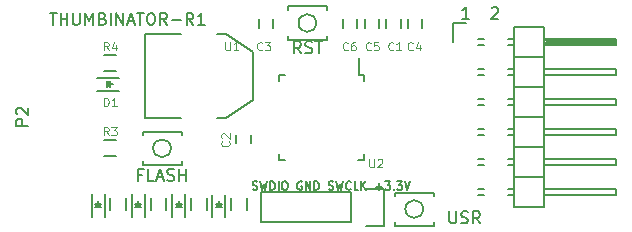
<source format=gbr>
G04 #@! TF.FileFunction,Legend,Top*
%FSLAX46Y46*%
G04 Gerber Fmt 4.6, Leading zero omitted, Abs format (unit mm)*
G04 Created by KiCad (PCBNEW 4.0.2-stable) date 2016-10-02 16:05:12*
%MOMM*%
G01*
G04 APERTURE LIST*
%ADD10C,0.100000*%
%ADD11C,0.150000*%
G04 APERTURE END LIST*
D10*
D11*
X87238095Y-67952381D02*
X87238095Y-68761905D01*
X87285714Y-68857143D01*
X87333333Y-68904762D01*
X87428571Y-68952381D01*
X87619048Y-68952381D01*
X87714286Y-68904762D01*
X87761905Y-68857143D01*
X87809524Y-68761905D01*
X87809524Y-67952381D01*
X88238095Y-68904762D02*
X88380952Y-68952381D01*
X88619048Y-68952381D01*
X88714286Y-68904762D01*
X88761905Y-68857143D01*
X88809524Y-68761905D01*
X88809524Y-68666667D01*
X88761905Y-68571429D01*
X88714286Y-68523810D01*
X88619048Y-68476190D01*
X88428571Y-68428571D01*
X88333333Y-68380952D01*
X88285714Y-68333333D01*
X88238095Y-68238095D01*
X88238095Y-68142857D01*
X88285714Y-68047619D01*
X88333333Y-68000000D01*
X88428571Y-67952381D01*
X88666667Y-67952381D01*
X88809524Y-68000000D01*
X89809524Y-68952381D02*
X89476190Y-68476190D01*
X89238095Y-68952381D02*
X89238095Y-67952381D01*
X89619048Y-67952381D01*
X89714286Y-68000000D01*
X89761905Y-68047619D01*
X89809524Y-68142857D01*
X89809524Y-68285714D01*
X89761905Y-68380952D01*
X89714286Y-68428571D01*
X89619048Y-68476190D01*
X89238095Y-68476190D01*
X53404762Y-51152381D02*
X53976191Y-51152381D01*
X53690476Y-52152381D02*
X53690476Y-51152381D01*
X54309524Y-52152381D02*
X54309524Y-51152381D01*
X54309524Y-51628571D02*
X54880953Y-51628571D01*
X54880953Y-52152381D02*
X54880953Y-51152381D01*
X55357143Y-51152381D02*
X55357143Y-51961905D01*
X55404762Y-52057143D01*
X55452381Y-52104762D01*
X55547619Y-52152381D01*
X55738096Y-52152381D01*
X55833334Y-52104762D01*
X55880953Y-52057143D01*
X55928572Y-51961905D01*
X55928572Y-51152381D01*
X56404762Y-52152381D02*
X56404762Y-51152381D01*
X56738096Y-51866667D01*
X57071429Y-51152381D01*
X57071429Y-52152381D01*
X57880953Y-51628571D02*
X58023810Y-51676190D01*
X58071429Y-51723810D01*
X58119048Y-51819048D01*
X58119048Y-51961905D01*
X58071429Y-52057143D01*
X58023810Y-52104762D01*
X57928572Y-52152381D01*
X57547619Y-52152381D01*
X57547619Y-51152381D01*
X57880953Y-51152381D01*
X57976191Y-51200000D01*
X58023810Y-51247619D01*
X58071429Y-51342857D01*
X58071429Y-51438095D01*
X58023810Y-51533333D01*
X57976191Y-51580952D01*
X57880953Y-51628571D01*
X57547619Y-51628571D01*
X58547619Y-52152381D02*
X58547619Y-51152381D01*
X59023809Y-52152381D02*
X59023809Y-51152381D01*
X59595238Y-52152381D01*
X59595238Y-51152381D01*
X60023809Y-51866667D02*
X60500000Y-51866667D01*
X59928571Y-52152381D02*
X60261904Y-51152381D01*
X60595238Y-52152381D01*
X60785714Y-51152381D02*
X61357143Y-51152381D01*
X61071428Y-52152381D02*
X61071428Y-51152381D01*
X61880952Y-51152381D02*
X62071429Y-51152381D01*
X62166667Y-51200000D01*
X62261905Y-51295238D01*
X62309524Y-51485714D01*
X62309524Y-51819048D01*
X62261905Y-52009524D01*
X62166667Y-52104762D01*
X62071429Y-52152381D01*
X61880952Y-52152381D01*
X61785714Y-52104762D01*
X61690476Y-52009524D01*
X61642857Y-51819048D01*
X61642857Y-51485714D01*
X61690476Y-51295238D01*
X61785714Y-51200000D01*
X61880952Y-51152381D01*
X63309524Y-52152381D02*
X62976190Y-51676190D01*
X62738095Y-52152381D02*
X62738095Y-51152381D01*
X63119048Y-51152381D01*
X63214286Y-51200000D01*
X63261905Y-51247619D01*
X63309524Y-51342857D01*
X63309524Y-51485714D01*
X63261905Y-51580952D01*
X63214286Y-51628571D01*
X63119048Y-51676190D01*
X62738095Y-51676190D01*
X63738095Y-51771429D02*
X64500000Y-51771429D01*
X65547619Y-52152381D02*
X65214285Y-51676190D01*
X64976190Y-52152381D02*
X64976190Y-51152381D01*
X65357143Y-51152381D01*
X65452381Y-51200000D01*
X65500000Y-51247619D01*
X65547619Y-51342857D01*
X65547619Y-51485714D01*
X65500000Y-51580952D01*
X65452381Y-51628571D01*
X65357143Y-51676190D01*
X64976190Y-51676190D01*
X66500000Y-52152381D02*
X65928571Y-52152381D01*
X66214285Y-52152381D02*
X66214285Y-51152381D01*
X66119047Y-51295238D01*
X66023809Y-51390476D01*
X65928571Y-51438095D01*
X70566667Y-66083333D02*
X70666667Y-66116667D01*
X70833334Y-66116667D01*
X70900001Y-66083333D01*
X70933334Y-66050000D01*
X70966667Y-65983333D01*
X70966667Y-65916667D01*
X70933334Y-65850000D01*
X70900001Y-65816667D01*
X70833334Y-65783333D01*
X70700001Y-65750000D01*
X70633334Y-65716667D01*
X70600001Y-65683333D01*
X70566667Y-65616667D01*
X70566667Y-65550000D01*
X70600001Y-65483333D01*
X70633334Y-65450000D01*
X70700001Y-65416667D01*
X70866667Y-65416667D01*
X70966667Y-65450000D01*
X71200001Y-65416667D02*
X71366668Y-66116667D01*
X71500001Y-65616667D01*
X71633334Y-66116667D01*
X71800001Y-65416667D01*
X72066668Y-66116667D02*
X72066668Y-65416667D01*
X72233334Y-65416667D01*
X72333334Y-65450000D01*
X72400001Y-65516667D01*
X72433334Y-65583333D01*
X72466668Y-65716667D01*
X72466668Y-65816667D01*
X72433334Y-65950000D01*
X72400001Y-66016667D01*
X72333334Y-66083333D01*
X72233334Y-66116667D01*
X72066668Y-66116667D01*
X72766668Y-66116667D02*
X72766668Y-65416667D01*
X73233334Y-65416667D02*
X73366667Y-65416667D01*
X73433334Y-65450000D01*
X73500001Y-65516667D01*
X73533334Y-65650000D01*
X73533334Y-65883333D01*
X73500001Y-66016667D01*
X73433334Y-66083333D01*
X73366667Y-66116667D01*
X73233334Y-66116667D01*
X73166667Y-66083333D01*
X73100001Y-66016667D01*
X73066667Y-65883333D01*
X73066667Y-65650000D01*
X73100001Y-65516667D01*
X73166667Y-65450000D01*
X73233334Y-65416667D01*
X74733333Y-65450000D02*
X74666667Y-65416667D01*
X74566667Y-65416667D01*
X74466667Y-65450000D01*
X74400000Y-65516667D01*
X74366667Y-65583333D01*
X74333333Y-65716667D01*
X74333333Y-65816667D01*
X74366667Y-65950000D01*
X74400000Y-66016667D01*
X74466667Y-66083333D01*
X74566667Y-66116667D01*
X74633333Y-66116667D01*
X74733333Y-66083333D01*
X74766667Y-66050000D01*
X74766667Y-65816667D01*
X74633333Y-65816667D01*
X75066667Y-66116667D02*
X75066667Y-65416667D01*
X75466667Y-66116667D01*
X75466667Y-65416667D01*
X75800000Y-66116667D02*
X75800000Y-65416667D01*
X75966666Y-65416667D01*
X76066666Y-65450000D01*
X76133333Y-65516667D01*
X76166666Y-65583333D01*
X76200000Y-65716667D01*
X76200000Y-65816667D01*
X76166666Y-65950000D01*
X76133333Y-66016667D01*
X76066666Y-66083333D01*
X75966666Y-66116667D01*
X75800000Y-66116667D01*
X76999999Y-66083333D02*
X77099999Y-66116667D01*
X77266666Y-66116667D01*
X77333333Y-66083333D01*
X77366666Y-66050000D01*
X77399999Y-65983333D01*
X77399999Y-65916667D01*
X77366666Y-65850000D01*
X77333333Y-65816667D01*
X77266666Y-65783333D01*
X77133333Y-65750000D01*
X77066666Y-65716667D01*
X77033333Y-65683333D01*
X76999999Y-65616667D01*
X76999999Y-65550000D01*
X77033333Y-65483333D01*
X77066666Y-65450000D01*
X77133333Y-65416667D01*
X77299999Y-65416667D01*
X77399999Y-65450000D01*
X77633333Y-65416667D02*
X77800000Y-66116667D01*
X77933333Y-65616667D01*
X78066666Y-66116667D01*
X78233333Y-65416667D01*
X78900000Y-66050000D02*
X78866666Y-66083333D01*
X78766666Y-66116667D01*
X78700000Y-66116667D01*
X78600000Y-66083333D01*
X78533333Y-66016667D01*
X78500000Y-65950000D01*
X78466666Y-65816667D01*
X78466666Y-65716667D01*
X78500000Y-65583333D01*
X78533333Y-65516667D01*
X78600000Y-65450000D01*
X78700000Y-65416667D01*
X78766666Y-65416667D01*
X78866666Y-65450000D01*
X78900000Y-65483333D01*
X79533333Y-66116667D02*
X79200000Y-66116667D01*
X79200000Y-65416667D01*
X79766667Y-66116667D02*
X79766667Y-65416667D01*
X80166667Y-66116667D02*
X79866667Y-65716667D01*
X80166667Y-65416667D02*
X79766667Y-65816667D01*
X81000000Y-65850000D02*
X81533333Y-65850000D01*
X81266666Y-66116667D02*
X81266666Y-65583333D01*
X81800000Y-65416667D02*
X82233333Y-65416667D01*
X82000000Y-65683333D01*
X82100000Y-65683333D01*
X82166667Y-65716667D01*
X82200000Y-65750000D01*
X82233333Y-65816667D01*
X82233333Y-65983333D01*
X82200000Y-66050000D01*
X82166667Y-66083333D01*
X82100000Y-66116667D01*
X81900000Y-66116667D01*
X81833333Y-66083333D01*
X81800000Y-66050000D01*
X82533334Y-66050000D02*
X82566667Y-66083333D01*
X82533334Y-66116667D01*
X82500000Y-66083333D01*
X82533334Y-66050000D01*
X82533334Y-66116667D01*
X82800000Y-65416667D02*
X83233333Y-65416667D01*
X83000000Y-65683333D01*
X83100000Y-65683333D01*
X83166667Y-65716667D01*
X83200000Y-65750000D01*
X83233333Y-65816667D01*
X83233333Y-65983333D01*
X83200000Y-66050000D01*
X83166667Y-66083333D01*
X83100000Y-66116667D01*
X82900000Y-66116667D01*
X82833333Y-66083333D01*
X82800000Y-66050000D01*
X83433334Y-65416667D02*
X83666667Y-66116667D01*
X83900000Y-65416667D01*
X90814286Y-50747619D02*
X90861905Y-50700000D01*
X90957143Y-50652381D01*
X91195239Y-50652381D01*
X91290477Y-50700000D01*
X91338096Y-50747619D01*
X91385715Y-50842857D01*
X91385715Y-50938095D01*
X91338096Y-51080952D01*
X90766667Y-51652381D01*
X91385715Y-51652381D01*
X88885715Y-51652381D02*
X88314286Y-51652381D01*
X88600000Y-51652381D02*
X88600000Y-50652381D01*
X88504762Y-50795238D01*
X88409524Y-50890476D01*
X88314286Y-50938095D01*
X61209524Y-64828571D02*
X60876190Y-64828571D01*
X60876190Y-65352381D02*
X60876190Y-64352381D01*
X61352381Y-64352381D01*
X62209524Y-65352381D02*
X61733333Y-65352381D01*
X61733333Y-64352381D01*
X62495238Y-65066667D02*
X62971429Y-65066667D01*
X62400000Y-65352381D02*
X62733333Y-64352381D01*
X63066667Y-65352381D01*
X63352381Y-65304762D02*
X63495238Y-65352381D01*
X63733334Y-65352381D01*
X63828572Y-65304762D01*
X63876191Y-65257143D01*
X63923810Y-65161905D01*
X63923810Y-65066667D01*
X63876191Y-64971429D01*
X63828572Y-64923810D01*
X63733334Y-64876190D01*
X63542857Y-64828571D01*
X63447619Y-64780952D01*
X63400000Y-64733333D01*
X63352381Y-64638095D01*
X63352381Y-64542857D01*
X63400000Y-64447619D01*
X63447619Y-64400000D01*
X63542857Y-64352381D01*
X63780953Y-64352381D01*
X63923810Y-64400000D01*
X64352381Y-65352381D02*
X64352381Y-64352381D01*
X64352381Y-64828571D02*
X64923810Y-64828571D01*
X64923810Y-65352381D02*
X64923810Y-64352381D01*
X74652381Y-54552381D02*
X74319047Y-54076190D01*
X74080952Y-54552381D02*
X74080952Y-53552381D01*
X74461905Y-53552381D01*
X74557143Y-53600000D01*
X74604762Y-53647619D01*
X74652381Y-53742857D01*
X74652381Y-53885714D01*
X74604762Y-53980952D01*
X74557143Y-54028571D01*
X74461905Y-54076190D01*
X74080952Y-54076190D01*
X75033333Y-54504762D02*
X75176190Y-54552381D01*
X75414286Y-54552381D01*
X75509524Y-54504762D01*
X75557143Y-54457143D01*
X75604762Y-54361905D01*
X75604762Y-54266667D01*
X75557143Y-54171429D01*
X75509524Y-54123810D01*
X75414286Y-54076190D01*
X75223809Y-54028571D01*
X75128571Y-53980952D01*
X75080952Y-53933333D01*
X75033333Y-53838095D01*
X75033333Y-53742857D01*
X75080952Y-53647619D01*
X75128571Y-53600000D01*
X75223809Y-53552381D01*
X75461905Y-53552381D01*
X75604762Y-53600000D01*
X75890476Y-53552381D02*
X76461905Y-53552381D01*
X76176190Y-54552381D02*
X76176190Y-53552381D01*
X81900000Y-52400000D02*
X81900000Y-51700000D01*
X83100000Y-51700000D02*
X83100000Y-52400000D01*
X69200000Y-62200000D02*
X69200000Y-61500000D01*
X70400000Y-61500000D02*
X70400000Y-62200000D01*
X71100000Y-52400000D02*
X71100000Y-51700000D01*
X72300000Y-51700000D02*
X72300000Y-52400000D01*
X83700000Y-52400000D02*
X83700000Y-51700000D01*
X84900000Y-51700000D02*
X84900000Y-52400000D01*
X57400000Y-57750000D02*
X59300000Y-57750000D01*
X57400000Y-56650000D02*
X59300000Y-56650000D01*
X58300000Y-57200000D02*
X58750000Y-57200000D01*
X58250000Y-56950000D02*
X58250000Y-57450000D01*
X58250000Y-57200000D02*
X58500000Y-56950000D01*
X58500000Y-56950000D02*
X58500000Y-57450000D01*
X58500000Y-57450000D02*
X58250000Y-57200000D01*
X90174000Y-66016000D02*
X89666000Y-66016000D01*
X90174000Y-66524000D02*
X89666000Y-66524000D01*
X90174000Y-63984000D02*
X89666000Y-63984000D01*
X90174000Y-63476000D02*
X89666000Y-63476000D01*
X90174000Y-61444000D02*
X89666000Y-61444000D01*
X90174000Y-60936000D02*
X89666000Y-60936000D01*
X90174000Y-53316000D02*
X89666000Y-53316000D01*
X90174000Y-53824000D02*
X89666000Y-53824000D01*
X90174000Y-58904000D02*
X89666000Y-58904000D01*
X90174000Y-58396000D02*
X89666000Y-58396000D01*
X90174000Y-56364000D02*
X89666000Y-56364000D01*
X90174000Y-55856000D02*
X89666000Y-55856000D01*
X92714000Y-66524000D02*
X92206000Y-66524000D01*
X92714000Y-66016000D02*
X92206000Y-66016000D01*
X92714000Y-63984000D02*
X92206000Y-63984000D01*
X92714000Y-63476000D02*
X92206000Y-63476000D01*
X92714000Y-53316000D02*
X92206000Y-53316000D01*
X92714000Y-53824000D02*
X92206000Y-53824000D01*
X92714000Y-55856000D02*
X92206000Y-55856000D01*
X92714000Y-56364000D02*
X92206000Y-56364000D01*
X92714000Y-61444000D02*
X92206000Y-61444000D01*
X92714000Y-60936000D02*
X92206000Y-60936000D01*
X92714000Y-58904000D02*
X92206000Y-58904000D01*
X92714000Y-58396000D02*
X92206000Y-58396000D01*
X88650000Y-52020000D02*
X87500000Y-52020000D01*
X87500000Y-52020000D02*
X87500000Y-53570000D01*
X95254000Y-53443000D02*
X101223000Y-53443000D01*
X101223000Y-53443000D02*
X101223000Y-53697000D01*
X101223000Y-53697000D02*
X95381000Y-53697000D01*
X95381000Y-53697000D02*
X95381000Y-53570000D01*
X95381000Y-53570000D02*
X101223000Y-53570000D01*
X92714000Y-62460000D02*
X95254000Y-62460000D01*
X92714000Y-62460000D02*
X92714000Y-65000000D01*
X92714000Y-65000000D02*
X95254000Y-65000000D01*
X95254000Y-63476000D02*
X101350000Y-63476000D01*
X101350000Y-63476000D02*
X101350000Y-63984000D01*
X101350000Y-63984000D02*
X95254000Y-63984000D01*
X95254000Y-65000000D02*
X95254000Y-62460000D01*
X95254000Y-67540000D02*
X95254000Y-65000000D01*
X101350000Y-66524000D02*
X95254000Y-66524000D01*
X101350000Y-66016000D02*
X101350000Y-66524000D01*
X95254000Y-66016000D02*
X101350000Y-66016000D01*
X92714000Y-65000000D02*
X92714000Y-67540000D01*
X92714000Y-65000000D02*
X95254000Y-65000000D01*
X92714000Y-67540000D02*
X95254000Y-67540000D01*
X92714000Y-57380000D02*
X95254000Y-57380000D01*
X92714000Y-57380000D02*
X92714000Y-59920000D01*
X92714000Y-59920000D02*
X95254000Y-59920000D01*
X95254000Y-58396000D02*
X101350000Y-58396000D01*
X101350000Y-58396000D02*
X101350000Y-58904000D01*
X101350000Y-58904000D02*
X95254000Y-58904000D01*
X95254000Y-59920000D02*
X95254000Y-57380000D01*
X95254000Y-62460000D02*
X95254000Y-59920000D01*
X101350000Y-61444000D02*
X95254000Y-61444000D01*
X101350000Y-60936000D02*
X101350000Y-61444000D01*
X95254000Y-60936000D02*
X101350000Y-60936000D01*
X92714000Y-62460000D02*
X95254000Y-62460000D01*
X92714000Y-59920000D02*
X92714000Y-62460000D01*
X92714000Y-59920000D02*
X95254000Y-59920000D01*
X92714000Y-54840000D02*
X95254000Y-54840000D01*
X92714000Y-54840000D02*
X92714000Y-57380000D01*
X92714000Y-57380000D02*
X95254000Y-57380000D01*
X95254000Y-55856000D02*
X101350000Y-55856000D01*
X101350000Y-55856000D02*
X101350000Y-56364000D01*
X101350000Y-56364000D02*
X95254000Y-56364000D01*
X95254000Y-57380000D02*
X95254000Y-54840000D01*
X95254000Y-54840000D02*
X95254000Y-52300000D01*
X101350000Y-53824000D02*
X95254000Y-53824000D01*
X101350000Y-53316000D02*
X101350000Y-53824000D01*
X95254000Y-53316000D02*
X101350000Y-53316000D01*
X92714000Y-54840000D02*
X95254000Y-54840000D01*
X92714000Y-52300000D02*
X92714000Y-54840000D01*
X92714000Y-52300000D02*
X95254000Y-52300000D01*
X59000000Y-63275000D02*
X58000000Y-63275000D01*
X58000000Y-61925000D02*
X59000000Y-61925000D01*
X64466000Y-52944000D02*
X61418000Y-52944000D01*
X61418000Y-52944000D02*
X61418000Y-60056000D01*
X61418000Y-60056000D02*
X64466000Y-60056000D01*
X67514000Y-52944000D02*
X68276000Y-52944000D01*
X68276000Y-52944000D02*
X70562000Y-54468000D01*
X70562000Y-54468000D02*
X70562000Y-58532000D01*
X70562000Y-58532000D02*
X68276000Y-60056000D01*
X68276000Y-60056000D02*
X67514000Y-60056000D01*
X80025000Y-56375000D02*
X79575000Y-56375000D01*
X80025000Y-63625000D02*
X79500000Y-63625000D01*
X72775000Y-63625000D02*
X73300000Y-63625000D01*
X72775000Y-56375000D02*
X73300000Y-56375000D01*
X80025000Y-56375000D02*
X80025000Y-56900000D01*
X72775000Y-56375000D02*
X72775000Y-56900000D01*
X72775000Y-63625000D02*
X72775000Y-63100000D01*
X80025000Y-63625000D02*
X80025000Y-63100000D01*
X79575000Y-56375000D02*
X79575000Y-55000000D01*
X59000000Y-56075000D02*
X58000000Y-56075000D01*
X58000000Y-54725000D02*
X59000000Y-54725000D01*
X80100000Y-52400000D02*
X80100000Y-51700000D01*
X81300000Y-51700000D02*
X81300000Y-52400000D01*
X78910000Y-66330000D02*
X71290000Y-66330000D01*
X78910000Y-68870000D02*
X71290000Y-68870000D01*
X81730000Y-69150000D02*
X80180000Y-69150000D01*
X71290000Y-66330000D02*
X71290000Y-68870000D01*
X78910000Y-68870000D02*
X78910000Y-66330000D01*
X80180000Y-66050000D02*
X81730000Y-66050000D01*
X81730000Y-66050000D02*
X81730000Y-69150000D01*
X78200000Y-52400000D02*
X78200000Y-51700000D01*
X79400000Y-51700000D02*
X79400000Y-52400000D01*
X58050000Y-68400000D02*
X58050000Y-66500000D01*
X56950000Y-68400000D02*
X56950000Y-66500000D01*
X57500000Y-67500000D02*
X57500000Y-67050000D01*
X57250000Y-67550000D02*
X57750000Y-67550000D01*
X57500000Y-67550000D02*
X57250000Y-67300000D01*
X57250000Y-67300000D02*
X57750000Y-67300000D01*
X57750000Y-67300000D02*
X57500000Y-67550000D01*
X61450000Y-68400000D02*
X61450000Y-66500000D01*
X60350000Y-68400000D02*
X60350000Y-66500000D01*
X60900000Y-67500000D02*
X60900000Y-67050000D01*
X60650000Y-67550000D02*
X61150000Y-67550000D01*
X60900000Y-67550000D02*
X60650000Y-67300000D01*
X60650000Y-67300000D02*
X61150000Y-67300000D01*
X61150000Y-67300000D02*
X60900000Y-67550000D01*
X64850000Y-68400000D02*
X64850000Y-66500000D01*
X63750000Y-68400000D02*
X63750000Y-66500000D01*
X64300000Y-67500000D02*
X64300000Y-67050000D01*
X64050000Y-67550000D02*
X64550000Y-67550000D01*
X64300000Y-67550000D02*
X64050000Y-67300000D01*
X64050000Y-67300000D02*
X64550000Y-67300000D01*
X64550000Y-67300000D02*
X64300000Y-67550000D01*
X68250000Y-68449300D02*
X68250000Y-66549300D01*
X67150000Y-68449300D02*
X67150000Y-66549300D01*
X67700000Y-67549300D02*
X67700000Y-67099300D01*
X67450000Y-67599300D02*
X67950000Y-67599300D01*
X67700000Y-67599300D02*
X67450000Y-67349300D01*
X67450000Y-67349300D02*
X67950000Y-67349300D01*
X67950000Y-67349300D02*
X67700000Y-67599300D01*
X58525000Y-67800000D02*
X58525000Y-66800000D01*
X59875000Y-66800000D02*
X59875000Y-67800000D01*
X61925000Y-67800000D02*
X61925000Y-66800000D01*
X63275000Y-66800000D02*
X63275000Y-67800000D01*
X65325000Y-67800000D02*
X65325000Y-66800000D01*
X66675000Y-66800000D02*
X66675000Y-67800000D01*
X68725000Y-67800000D02*
X68725000Y-66800000D01*
X70075000Y-66800000D02*
X70075000Y-67800000D01*
X63650000Y-62600000D02*
G75*
G03X63650000Y-62600000I-750000J0D01*
G01*
X64550000Y-61500000D02*
X64550000Y-61200000D01*
X64550000Y-61200000D02*
X61250000Y-61200000D01*
X61250000Y-61200000D02*
X61250000Y-61500000D01*
X64550000Y-63700000D02*
X64550000Y-64000000D01*
X64550000Y-64000000D02*
X61250000Y-64000000D01*
X61250000Y-64000000D02*
X61250000Y-63700000D01*
X75950000Y-52000000D02*
G75*
G03X75950000Y-52000000I-750000J0D01*
G01*
X73550000Y-53100000D02*
X73550000Y-53400000D01*
X73550000Y-53400000D02*
X76850000Y-53400000D01*
X76850000Y-53400000D02*
X76850000Y-53100000D01*
X73550000Y-50900000D02*
X73550000Y-50600000D01*
X73550000Y-50600000D02*
X76850000Y-50600000D01*
X76850000Y-50600000D02*
X76850000Y-50900000D01*
X85000000Y-67750000D02*
G75*
G03X85000000Y-67750000I-750000J0D01*
G01*
X85900000Y-66650000D02*
X85900000Y-66350000D01*
X85900000Y-66350000D02*
X82600000Y-66350000D01*
X82600000Y-66350000D02*
X82600000Y-66650000D01*
X85900000Y-68850000D02*
X85900000Y-69150000D01*
X85900000Y-69150000D02*
X82600000Y-69150000D01*
X82600000Y-69150000D02*
X82600000Y-68850000D01*
D10*
X82483334Y-54250000D02*
X82450000Y-54283333D01*
X82350000Y-54316667D01*
X82283334Y-54316667D01*
X82183334Y-54283333D01*
X82116667Y-54216667D01*
X82083334Y-54150000D01*
X82050000Y-54016667D01*
X82050000Y-53916667D01*
X82083334Y-53783333D01*
X82116667Y-53716667D01*
X82183334Y-53650000D01*
X82283334Y-53616667D01*
X82350000Y-53616667D01*
X82450000Y-53650000D01*
X82483334Y-53683333D01*
X83150000Y-54316667D02*
X82750000Y-54316667D01*
X82950000Y-54316667D02*
X82950000Y-53616667D01*
X82883334Y-53716667D01*
X82816667Y-53783333D01*
X82750000Y-53816667D01*
X68550000Y-62016666D02*
X68583333Y-62050000D01*
X68616667Y-62150000D01*
X68616667Y-62216666D01*
X68583333Y-62316666D01*
X68516667Y-62383333D01*
X68450000Y-62416666D01*
X68316667Y-62450000D01*
X68216667Y-62450000D01*
X68083333Y-62416666D01*
X68016667Y-62383333D01*
X67950000Y-62316666D01*
X67916667Y-62216666D01*
X67916667Y-62150000D01*
X67950000Y-62050000D01*
X67983333Y-62016666D01*
X67983333Y-61750000D02*
X67950000Y-61716666D01*
X67916667Y-61650000D01*
X67916667Y-61483333D01*
X67950000Y-61416666D01*
X67983333Y-61383333D01*
X68050000Y-61350000D01*
X68116667Y-61350000D01*
X68216667Y-61383333D01*
X68616667Y-61783333D01*
X68616667Y-61350000D01*
X71383334Y-54250000D02*
X71350000Y-54283333D01*
X71250000Y-54316667D01*
X71183334Y-54316667D01*
X71083334Y-54283333D01*
X71016667Y-54216667D01*
X70983334Y-54150000D01*
X70950000Y-54016667D01*
X70950000Y-53916667D01*
X70983334Y-53783333D01*
X71016667Y-53716667D01*
X71083334Y-53650000D01*
X71183334Y-53616667D01*
X71250000Y-53616667D01*
X71350000Y-53650000D01*
X71383334Y-53683333D01*
X71616667Y-53616667D02*
X72050000Y-53616667D01*
X71816667Y-53883333D01*
X71916667Y-53883333D01*
X71983334Y-53916667D01*
X72016667Y-53950000D01*
X72050000Y-54016667D01*
X72050000Y-54183333D01*
X72016667Y-54250000D01*
X71983334Y-54283333D01*
X71916667Y-54316667D01*
X71716667Y-54316667D01*
X71650000Y-54283333D01*
X71616667Y-54250000D01*
X84133334Y-54250000D02*
X84100000Y-54283333D01*
X84000000Y-54316667D01*
X83933334Y-54316667D01*
X83833334Y-54283333D01*
X83766667Y-54216667D01*
X83733334Y-54150000D01*
X83700000Y-54016667D01*
X83700000Y-53916667D01*
X83733334Y-53783333D01*
X83766667Y-53716667D01*
X83833334Y-53650000D01*
X83933334Y-53616667D01*
X84000000Y-53616667D01*
X84100000Y-53650000D01*
X84133334Y-53683333D01*
X84733334Y-53850000D02*
X84733334Y-54316667D01*
X84566667Y-53583333D02*
X84400000Y-54083333D01*
X84833334Y-54083333D01*
X57983334Y-59016667D02*
X57983334Y-58316667D01*
X58150000Y-58316667D01*
X58250000Y-58350000D01*
X58316667Y-58416667D01*
X58350000Y-58483333D01*
X58383334Y-58616667D01*
X58383334Y-58716667D01*
X58350000Y-58850000D01*
X58316667Y-58916667D01*
X58250000Y-58983333D01*
X58150000Y-59016667D01*
X57983334Y-59016667D01*
X59050000Y-59016667D02*
X58650000Y-59016667D01*
X58850000Y-59016667D02*
X58850000Y-58316667D01*
X58783334Y-58416667D01*
X58716667Y-58483333D01*
X58650000Y-58516667D01*
X58383334Y-61516667D02*
X58150000Y-61183333D01*
X57983334Y-61516667D02*
X57983334Y-60816667D01*
X58250000Y-60816667D01*
X58316667Y-60850000D01*
X58350000Y-60883333D01*
X58383334Y-60950000D01*
X58383334Y-61050000D01*
X58350000Y-61116667D01*
X58316667Y-61150000D01*
X58250000Y-61183333D01*
X57983334Y-61183333D01*
X58616667Y-60816667D02*
X59050000Y-60816667D01*
X58816667Y-61083333D01*
X58916667Y-61083333D01*
X58983334Y-61116667D01*
X59016667Y-61150000D01*
X59050000Y-61216667D01*
X59050000Y-61383333D01*
X59016667Y-61450000D01*
X58983334Y-61483333D01*
X58916667Y-61516667D01*
X58716667Y-61516667D01*
X58650000Y-61483333D01*
X58616667Y-61450000D01*
X68266667Y-53616667D02*
X68266667Y-54183333D01*
X68300000Y-54250000D01*
X68333333Y-54283333D01*
X68400000Y-54316667D01*
X68533333Y-54316667D01*
X68600000Y-54283333D01*
X68633333Y-54250000D01*
X68666667Y-54183333D01*
X68666667Y-53616667D01*
X69366666Y-54316667D02*
X68966666Y-54316667D01*
X69166666Y-54316667D02*
X69166666Y-53616667D01*
X69100000Y-53716667D01*
X69033333Y-53783333D01*
X68966666Y-53816667D01*
X80466667Y-63516667D02*
X80466667Y-64083333D01*
X80500000Y-64150000D01*
X80533333Y-64183333D01*
X80600000Y-64216667D01*
X80733333Y-64216667D01*
X80800000Y-64183333D01*
X80833333Y-64150000D01*
X80866667Y-64083333D01*
X80866667Y-63516667D01*
X81166666Y-63583333D02*
X81200000Y-63550000D01*
X81266666Y-63516667D01*
X81433333Y-63516667D01*
X81500000Y-63550000D01*
X81533333Y-63583333D01*
X81566666Y-63650000D01*
X81566666Y-63716667D01*
X81533333Y-63816667D01*
X81133333Y-64216667D01*
X81566666Y-64216667D01*
X58383334Y-54316667D02*
X58150000Y-53983333D01*
X57983334Y-54316667D02*
X57983334Y-53616667D01*
X58250000Y-53616667D01*
X58316667Y-53650000D01*
X58350000Y-53683333D01*
X58383334Y-53750000D01*
X58383334Y-53850000D01*
X58350000Y-53916667D01*
X58316667Y-53950000D01*
X58250000Y-53983333D01*
X57983334Y-53983333D01*
X58983334Y-53850000D02*
X58983334Y-54316667D01*
X58816667Y-53583333D02*
X58650000Y-54083333D01*
X59083334Y-54083333D01*
D11*
X51532381Y-60688095D02*
X50532381Y-60688095D01*
X50532381Y-60307142D01*
X50580000Y-60211904D01*
X50627619Y-60164285D01*
X50722857Y-60116666D01*
X50865714Y-60116666D01*
X50960952Y-60164285D01*
X51008571Y-60211904D01*
X51056190Y-60307142D01*
X51056190Y-60688095D01*
X50627619Y-59735714D02*
X50580000Y-59688095D01*
X50532381Y-59592857D01*
X50532381Y-59354761D01*
X50580000Y-59259523D01*
X50627619Y-59211904D01*
X50722857Y-59164285D01*
X50818095Y-59164285D01*
X50960952Y-59211904D01*
X51532381Y-59783333D01*
X51532381Y-59164285D01*
D10*
X80583334Y-54250000D02*
X80550000Y-54283333D01*
X80450000Y-54316667D01*
X80383334Y-54316667D01*
X80283334Y-54283333D01*
X80216667Y-54216667D01*
X80183334Y-54150000D01*
X80150000Y-54016667D01*
X80150000Y-53916667D01*
X80183334Y-53783333D01*
X80216667Y-53716667D01*
X80283334Y-53650000D01*
X80383334Y-53616667D01*
X80450000Y-53616667D01*
X80550000Y-53650000D01*
X80583334Y-53683333D01*
X81216667Y-53616667D02*
X80883334Y-53616667D01*
X80850000Y-53950000D01*
X80883334Y-53916667D01*
X80950000Y-53883333D01*
X81116667Y-53883333D01*
X81183334Y-53916667D01*
X81216667Y-53950000D01*
X81250000Y-54016667D01*
X81250000Y-54183333D01*
X81216667Y-54250000D01*
X81183334Y-54283333D01*
X81116667Y-54316667D01*
X80950000Y-54316667D01*
X80883334Y-54283333D01*
X80850000Y-54250000D01*
X78633334Y-54250000D02*
X78600000Y-54283333D01*
X78500000Y-54316667D01*
X78433334Y-54316667D01*
X78333334Y-54283333D01*
X78266667Y-54216667D01*
X78233334Y-54150000D01*
X78200000Y-54016667D01*
X78200000Y-53916667D01*
X78233334Y-53783333D01*
X78266667Y-53716667D01*
X78333334Y-53650000D01*
X78433334Y-53616667D01*
X78500000Y-53616667D01*
X78600000Y-53650000D01*
X78633334Y-53683333D01*
X79233334Y-53616667D02*
X79100000Y-53616667D01*
X79033334Y-53650000D01*
X79000000Y-53683333D01*
X78933334Y-53783333D01*
X78900000Y-53916667D01*
X78900000Y-54183333D01*
X78933334Y-54250000D01*
X78966667Y-54283333D01*
X79033334Y-54316667D01*
X79166667Y-54316667D01*
X79233334Y-54283333D01*
X79266667Y-54250000D01*
X79300000Y-54183333D01*
X79300000Y-54016667D01*
X79266667Y-53950000D01*
X79233334Y-53916667D01*
X79166667Y-53883333D01*
X79033334Y-53883333D01*
X78966667Y-53916667D01*
X78933334Y-53950000D01*
X78900000Y-54016667D01*
M02*

</source>
